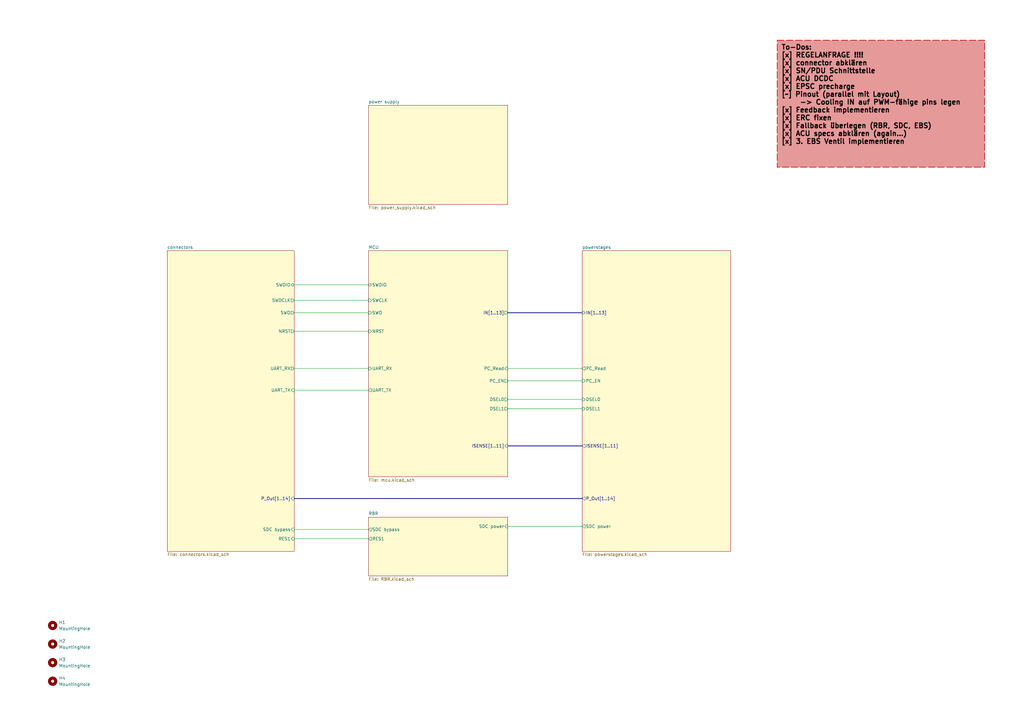
<source format=kicad_sch>
(kicad_sch (version 20231120) (generator "eeschema") (generator_version "8.0")
  (paper "A3")
  (title_block (title "PDU FT25") (date "2024-11-23") (rev "V1.1") (company "Janek Herm") (comment 1 "FaSTTUBe Electronics"))
  (lib_symbols
    (symbol "Mechanical:MountingHole" (pin_names (offset 1.016))
      (property "Reference" "H" (at 0 5.08 0))
      (property "Value" "MountingHole" (at 0 3.175 0))
      (symbol "MountingHole_0_1"
        (circle (center 0 0) (radius 1.27) (stroke (width 1.27)))
      )
    )
  )
  (wire (pts (xy 208.28 215.9) (xy 238.76 215.9)))
  (wire (pts (xy 120.65 160.02) (xy 151.13 160.02)))
  (wire (pts (xy 120.65 220.98) (xy 151.13 220.98)))
  (bus (pts (xy 208.28 128.27) (xy 238.76 128.27)))
  (wire (pts (xy 208.28 156.21) (xy 238.76 156.21)))
  (wire (pts (xy 208.28 167.64) (xy 238.76 167.64)))
  (wire (pts (xy 120.65 135.89) (xy 151.13 135.89)))
  (wire (pts (xy 120.65 116.84) (xy 151.13 116.84)))
  (wire (pts (xy 208.28 163.83) (xy 238.76 163.83)))
  (wire (pts (xy 120.65 123.19) (xy 151.13 123.19)))
  (bus (pts (xy 208.28 182.88) (xy 238.76 182.88)))
  (wire (pts (xy 120.65 151.13) (xy 151.13 151.13)))
  (wire (pts (xy 120.65 128.27) (xy 151.13 128.27)))
  (wire (pts (xy 208.28 151.13) (xy 238.76 151.13)))
  (wire (pts (xy 151.13 217.17) (xy 120.65 217.17)))
  (bus (pts (xy 120.65 204.47) (xy 238.76 204.47)))
  (text_box "To-Dos:\n[x] REGELANFRAGE !!!!\n[x] connector abklären\n[x] SN/PDU Schnittstelle\n[x] ACU DCDC\n[x] EPSC precharge\n[~] Pinout (parallel mit Layout)\n	-> Cooling IN auf PWM-fähige pins legen\n[x] Feedback implementieren\n[x] ERC fixen\n[x] Fallback überlegen (RBR, SDC, EBS)\n[x] ACU specs abklären (again...)\n[x] 3. EBS Ventil implementieren" (at 318.77 16.51 0) (size 85.09 52.07) (stroke (width 0.25) (type dash) (color 194 0 0 1)) (fill (type color) (color 194 0 0 0.4)) (effects (font (size 2 2) (thickness 0.4) (bold yes)) (justify left top)))
  (symbol (lib_id "Mechanical:MountingHole") (at 21.59 271.78 0) (unit 1)
    (property "Reference" "H3" (at 24.13 270.5099 0) (effects (justify left)))
    (property "Value" "MountingHole" (at 24.13 273.0499 0) (effects (justify left)))
    (property "Footprint" "MountingHole:MountingHole_4.3mm_M4" (effects (hide yes)))
  )
  (symbol (lib_id "Mechanical:MountingHole") (at 21.59 279.4 0) (unit 1)
    (property "Reference" "H4" (at 24.13 278.1299 0) (effects (justify left)))
    (property "Value" "MountingHole" (at 24.13 280.6699 0) (effects (justify left)))
    (property "Footprint" "MountingHole:MountingHole_4.3mm_M4" (effects (hide yes)))
  )
  (symbol (lib_id "Mechanical:MountingHole") (at 21.59 264.16 0) (unit 1)
    (property "Reference" "H2" (at 24.13 262.8899 0) (effects (justify left)))
    (property "Value" "MountingHole" (at 24.13 265.4299 0) (effects (justify left)))
    (property "Footprint" "MountingHole:MountingHole_4.3mm_M4" (effects (hide yes)))
  )
  (symbol (lib_id "Mechanical:MountingHole") (at 21.59 256.54 0) (unit 1)
    (property "Reference" "H1" (at 24.13 255.2699 0) (effects (justify left)))
    (property "Value" "MountingHole" (at 24.13 257.8099 0) (effects (justify left)))
    (property "Footprint" "MountingHole:MountingHole_4.3mm_M4" (effects (hide yes)))
  )
  (sheet (at 151.13 102.87) (size 57.15 92.71) (stroke (width 0.1524)) (fill (color 255 250 208 1.0000))
    (property "Sheetname" "MCU" (at 151.13 102.1584 0) (effects (justify left bottom)))
    (property "Sheetfile" "mcu.kicad_sch" (at 151.13 196.1646 0) (effects (justify left top)))
    (pin "NRST" input (at 151.13 135.89 180))
    (pin "UART_TX" output (at 151.13 160.02 180))
    (pin "UART_RX" input (at 151.13 151.13 180))
    (pin "SWCLK" input (at 151.13 123.19 180))
    (pin "SWDIO" bidirectional (at 151.13 116.84 180))
    (pin "PC_EN" output (at 208.28 156.21 0))
    (pin "PC_Read" input (at 208.28 151.13 0))
    (pin "IN[1..13]" output (at 208.28 128.27 0))
    (pin "SWO" input (at 151.13 128.27 180))
    (pin "ISENSE[1..11]" input (at 208.28 182.88 0))
    (pin "DSEL0" output (at 208.28 163.83 0))
    (pin "DSEL1" output (at 208.28 167.64 0))
  )
  (sheet (at 151.13 43.18) (size 57.15 40.64) (stroke (width 0.1524)) (fill (color 255 250 208 1.0000))
    (property "Sheetname" "power supply" (at 151.13 42.4684 0) (effects (justify left bottom)))
    (property "Sheetfile" "power_supply.kicad_sch" (at 151.13 84.4046 0) (effects (justify left top)))
  )
  (sheet (at 238.76 102.87) (size 60.96 123.19) (stroke (width 0.1524)) (fill (color 255 250 208 1.0000))
    (property "Sheetname" "powerstages" (at 238.76 102.1584 0) (effects (justify left bottom)))
    (property "Sheetfile" "powerstages.kicad_sch" (at 238.76 226.6446 0) (effects (justify left top)))
    (pin "ISENSE[1..11]" output (at 238.76 182.88 180))
    (pin "P_Out[1..14]" output (at 238.76 204.47 180))
    (pin "PC_EN" input (at 238.76 156.21 180))
    (pin "SDC power" output (at 238.76 215.9 180))
    (pin "PC_Read" output (at 238.76 151.13 180))
    (pin "IN[1..13]" input (at 238.76 128.27 180))
    (pin "DSEL0" input (at 238.76 163.83 180))
    (pin "DSEL1" input (at 238.76 167.64 180))
  )
  (sheet (at 151.13 212.09) (size 57.15 24.13) (stroke (width 0.1524)) (fill (color 255 250 208 1.0000))
    (property "Sheetname" "RBR" (at 151.13 211.3784 0) (effects (justify left bottom)))
    (property "Sheetfile" "RBR.kicad_sch" (at 151.13 236.8046 0) (effects (justify left top)))
    (pin "SDC power" input (at 208.28 215.9 0))
    (pin "SDC bypass" output (at 151.13 217.17 180))
    (pin "RES1" output (at 151.13 220.98 180))
  )
  (sheet (at 68.58 102.87) (size 52.07 123.19) (stroke (width 0.1524)) (fill (color 255 250 208 1.0000))
    (property "Sheetname" "connectors" (at 68.58 102.1584 0) (effects (justify left bottom)))
    (property "Sheetfile" "connectors.kicad_sch" (at 68.58 226.6446 0) (effects (justify left top)))
    (pin "UART_TX" input (at 120.65 160.02 0))
    (pin "UART_RX" output (at 120.65 151.13 0))
    (pin "NRST" output (at 120.65 135.89 0))
    (pin "SWDCLK" output (at 120.65 123.19 0))
    (pin "SWDIO" bidirectional (at 120.65 116.84 0))
    (pin "P_Out[1..14]" input (at 120.65 204.47 0))
    (pin "RES1" input (at 120.65 220.98 0))
    (pin "SDC bypass" input (at 120.65 217.17 0))
    (pin "SWO" output (at 120.65 128.27 0))
  )
)
</source>
